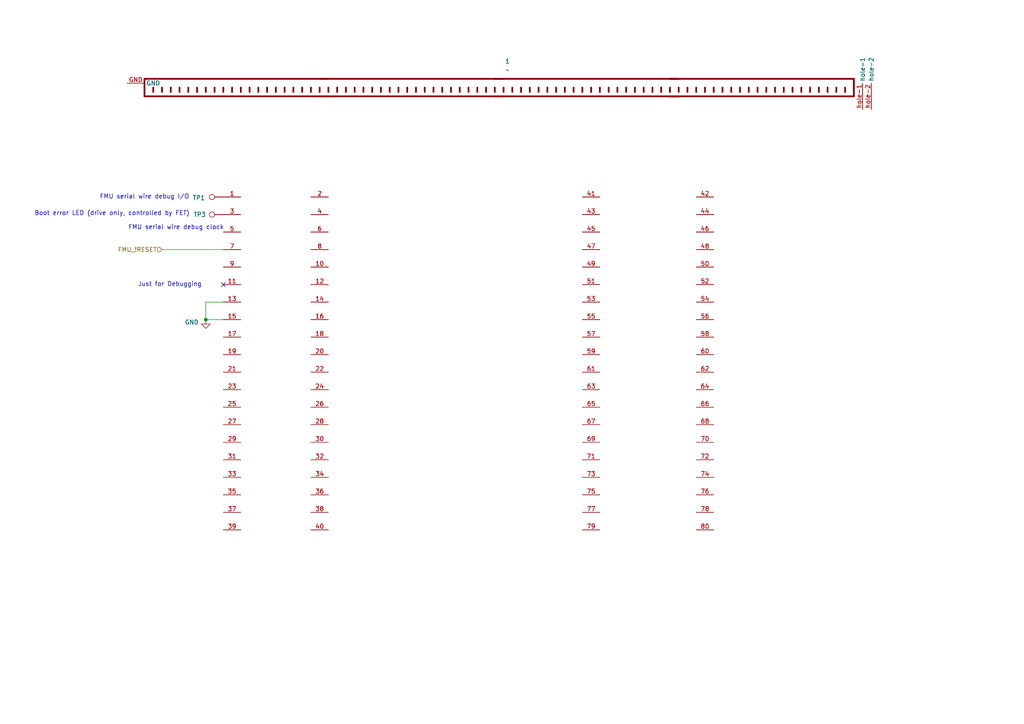
<source format=kicad_sch>
(kicad_sch (version 20250114) (generator "eeschema") (generator_version "9.0")
  (paper "A4")
  (title_block (title "80 Pin Connector") (date "10/14/2025") (rev "A") (company "PART"))
  (lib_symbols
    (symbol "CB_REV_C-altium-import:root_1_CON-DF17-80M_CB_REV_C.SCHLIB"
      (symbol "root_1_CON-DF17-80M_CB_REV_C.SCHLIB_1_0"
        (polyline (pts (xy -78.74 3.81) (xy -78.74 -1.27)) (stroke (width 0.508) (color 128 0 0 1)))
        (polyline (pts (xy -78.74 3.81) (xy -27.94 3.81)) (stroke (width 0.508) (color 128 0 0 1)))
        (polyline (pts (xy -76.2 0) (xy -76.2 1.27)) (stroke (width 0.508) (color 128 0 0 1)))
        (polyline (pts (xy -73.66 0) (xy -73.66 1.27)) (stroke (width 0.508) (color 128 0 0 1)))
        (polyline (pts (xy -71.12 0) (xy -71.12 1.27)) (stroke (width 0.508) (color 128 0 0 1)))
        (polyline (pts (xy -68.58 0) (xy -68.58 1.27)) (stroke (width 0.508) (color 128 0 0 1)))
        (polyline (pts (xy -66.04 0) (xy -66.04 1.27)) (stroke (width 0.508) (color 128 0 0 1)))
        (polyline (pts (xy -63.5 0) (xy -63.5 1.27)) (stroke (width 0.508) (color 128 0 0 1)))
        (polyline (pts (xy -60.96 0) (xy -60.96 1.27)) (stroke (width 0.508) (color 128 0 0 1)))
        (polyline (pts (xy -58.42 0) (xy -58.42 1.27)) (stroke (width 0.508) (color 128 0 0 1)))
        (polyline (pts (xy -55.88 0) (xy -55.88 1.27)) (stroke (width 0.508) (color 128 0 0 1)))
        (polyline (pts (xy -53.34 0) (xy -53.34 1.27)) (stroke (width 0.508) (color 128 0 0 1)))
        (polyline (pts (xy -50.8 0) (xy -50.8 1.27)) (stroke (width 0.508) (color 128 0 0 1)))
        (polyline (pts (xy -48.26 0) (xy -48.26 1.27)) (stroke (width 0.508) (color 128 0 0 1)))
        (polyline (pts (xy -45.72 0) (xy -45.72 1.27)) (stroke (width 0.508) (color 128 0 0 1)))
        (polyline (pts (xy -43.18 0) (xy -43.18 1.27)) (stroke (width 0.508) (color 128 0 0 1)))
        (polyline (pts (xy -40.64 0) (xy -40.64 1.27)) (stroke (width 0.508) (color 128 0 0 1)))
        (polyline (pts (xy -38.1 0) (xy -38.1 1.27)) (stroke (width 0.508) (color 128 0 0 1)))
        (polyline (pts (xy -35.56 0) (xy -35.56 1.27)) (stroke (width 0.508) (color 128 0 0 1)))
        (polyline (pts (xy -33.02 0) (xy -33.02 1.27)) (stroke (width 0.508) (color 128 0 0 1)))
        (polyline (pts (xy -30.48 0) (xy -30.48 1.27)) (stroke (width 0.508) (color 128 0 0 1)))
        (polyline (pts (xy -27.94 3.81) (xy -25.4 3.81)) (stroke (width 0.508) (color 128 0 0 1)))
        (polyline (pts (xy -27.94 3.81) (xy 22.86 3.81)) (stroke (width 0.508) (color 128 0 0 1)))
        (polyline (pts (xy -27.94 0) (xy -27.94 1.27)) (stroke (width 0.508) (color 128 0 0 1)))
        (polyline (pts (xy -27.94 -1.27) (xy -78.74 -1.27)) (stroke (width 0.508) (color 128 0 0 1)))
        (polyline (pts (xy -25.4 0) (xy -25.4 1.27)) (stroke (width 0.508) (color 128 0 0 1)))
        (polyline (pts (xy -25.4 -1.27) (xy -27.94 -1.27)) (stroke (width 0.508) (color 128 0 0 1)))
        (polyline (pts (xy -22.86 0) (xy -22.86 1.27)) (stroke (width 0.508) (color 128 0 0 1)))
        (polyline (pts (xy -20.32 0) (xy -20.32 1.27)) (stroke (width 0.508) (color 128 0 0 1)))
        (polyline (pts (xy -17.78 0) (xy -17.78 1.27)) (stroke (width 0.508) (color 128 0 0 1)))
        (polyline (pts (xy -15.24 0) (xy -15.24 1.27)) (stroke (width 0.508) (color 128 0 0 1)))
        (polyline (pts (xy -12.7 0) (xy -12.7 1.27)) (stroke (width 0.508) (color 128 0 0 1)))
        (polyline (pts (xy -10.16 0) (xy -10.16 1.27)) (stroke (width 0.508) (color 128 0 0 1)))
        (polyline (pts (xy -7.62 0) (xy -7.62 1.27)) (stroke (width 0.508) (color 128 0 0 1)))
        (polyline (pts (xy -5.08 0) (xy -5.08 1.27)) (stroke (width 0.508) (color 128 0 0 1)))
        (polyline (pts (xy -2.54 0) (xy -2.54 1.27)) (stroke (width 0.508) (color 128 0 0 1)))
        (polyline (pts (xy 0 0) (xy 0 1.27)) (stroke (width 0.508) (color 128 0 0 1)))
        (polyline (pts (xy 2.54 0) (xy 2.54 1.27)) (stroke (width 0.508) (color 128 0 0 1)))
        (polyline (pts (xy 5.08 0) (xy 5.08 1.27)) (stroke (width 0.508) (color 128 0 0 1)))
        (polyline (pts (xy 7.62 0) (xy 7.62 1.27)) (stroke (width 0.508) (color 128 0 0 1)))
        (polyline (pts (xy 10.16 0) (xy 10.16 1.27)) (stroke (width 0.508) (color 128 0 0 1)))
        (polyline (pts (xy 12.7 0) (xy 12.7 1.27)) (stroke (width 0.508) (color 128 0 0 1)))
        (polyline (pts (xy 15.24 0) (xy 15.24 1.27)) (stroke (width 0.508) (color 128 0 0 1)))
        (polyline (pts (xy 17.78 0) (xy 17.78 1.27)) (stroke (width 0.508) (color 128 0 0 1)))
        (polyline (pts (xy 20.32 0) (xy 20.32 1.27)) (stroke (width 0.508) (color 128 0 0 1)))
        (polyline (pts (xy 22.86 3.81) (xy 25.4 3.81)) (stroke (width 0.508) (color 128 0 0 1)))
        (polyline (pts (xy 22.86 3.81) (xy 76.2 3.81)) (stroke (width 0.508) (color 128 0 0 1)))
        (polyline (pts (xy 22.86 0) (xy 22.86 1.27)) (stroke (width 0.508) (color 128 0 0 1)))
        (polyline (pts (xy 22.86 -1.27) (xy -27.94 -1.27)) (stroke (width 0.508) (color 128 0 0 1)))
        (polyline (pts (xy 25.4 0) (xy 25.4 1.27)) (stroke (width 0.508) (color 128 0 0 1)))
        (polyline (pts (xy 25.4 -1.27) (xy 22.86 -1.27)) (stroke (width 0.508) (color 128 0 0 1)))
        (polyline (pts (xy 27.94 0) (xy 27.94 1.27)) (stroke (width 0.508) (color 128 0 0 1)))
        (polyline (pts (xy 30.48 0) (xy 30.48 1.27)) (stroke (width 0.508) (color 128 0 0 1)))
        (polyline (pts (xy 33.02 0) (xy 33.02 1.27)) (stroke (width 0.508) (color 128 0 0 1)))
        (polyline (pts (xy 35.56 0) (xy 35.56 1.27)) (stroke (width 0.508) (color 128 0 0 1)))
        (polyline (pts (xy 38.1 0) (xy 38.1 1.27)) (stroke (width 0.508) (color 128 0 0 1)))
        (polyline (pts (xy 40.64 0) (xy 40.64 1.27)) (stroke (width 0.508) (color 128 0 0 1)))
        (polyline (pts (xy 43.18 0) (xy 43.18 1.27)) (stroke (width 0.508) (color 128 0 0 1)))
        (polyline (pts (xy 45.72 0) (xy 45.72 1.27)) (stroke (width 0.508) (color 128 0 0 1)))
        (polyline (pts (xy 48.26 0) (xy 48.26 1.27)) (stroke (width 0.508) (color 128 0 0 1)))
        (polyline (pts (xy 50.8 0) (xy 50.8 1.27)) (stroke (width 0.508) (color 128 0 0 1)))
        (polyline (pts (xy 53.34 0) (xy 53.34 1.27)) (stroke (width 0.508) (color 128 0 0 1)))
        (polyline (pts (xy 55.88 0) (xy 55.88 1.27)) (stroke (width 0.508) (color 128 0 0 1)))
        (polyline (pts (xy 58.42 0) (xy 58.42 1.27)) (stroke (width 0.508) (color 128 0 0 1)))
        (polyline (pts (xy 60.96 0) (xy 60.96 1.27)) (stroke (width 0.508) (color 128 0 0 1)))
        (polyline (pts (xy 63.5 0) (xy 63.5 1.27)) (stroke (width 0.508) (color 128 0 0 1)))
        (polyline (pts (xy 66.04 0) (xy 66.04 1.27)) (stroke (width 0.508) (color 128 0 0 1)))
        (polyline (pts (xy 68.58 0) (xy 68.58 1.27)) (stroke (width 0.508) (color 128 0 0 1)))
        (polyline (pts (xy 71.12 0) (xy 71.12 1.27)) (stroke (width 0.508) (color 128 0 0 1)))
        (polyline (pts (xy 73.66 3.81) (xy 76.2 3.81)) (stroke (width 0.508) (color 128 0 0 1)))
        (polyline (pts (xy 73.66 3.81) (xy 127 3.81)) (stroke (width 0.508) (color 128 0 0 1)))
        (polyline (pts (xy 73.66 0) (xy 73.66 1.27)) (stroke (width 0.508) (color 128 0 0 1)))
        (polyline (pts (xy 76.2 0) (xy 76.2 1.27)) (stroke (width 0.508) (color 128 0 0 1)))
        (polyline (pts (xy 76.2 -1.27) (xy 22.86 -1.27)) (stroke (width 0.508) (color 128 0 0 1)))
        (polyline (pts (xy 76.2 -1.27) (xy 73.66 -1.27)) (stroke (width 0.508) (color 128 0 0 1)))
        (polyline (pts (xy 78.74 0) (xy 78.74 1.27)) (stroke (width 0.508) (color 128 0 0 1)))
        (polyline (pts (xy 81.28 0) (xy 81.28 1.27)) (stroke (width 0.508) (color 128 0 0 1)))
        (polyline (pts (xy 83.82 0) (xy 83.82 1.27)) (stroke (width 0.508) (color 128 0 0 1)))
        (polyline (pts (xy 86.36 0) (xy 86.36 1.27)) (stroke (width 0.508) (color 128 0 0 1)))
        (polyline (pts (xy 88.9 0) (xy 88.9 1.27)) (stroke (width 0.508) (color 128 0 0 1)))
        (polyline (pts (xy 91.44 0) (xy 91.44 1.27)) (stroke (width 0.508) (color 128 0 0 1)))
        (polyline (pts (xy 93.98 0) (xy 93.98 1.27)) (stroke (width 0.508) (color 128 0 0 1)))
        (polyline (pts (xy 96.52 0) (xy 96.52 1.27)) (stroke (width 0.508) (color 128 0 0 1)))
        (polyline (pts (xy 99.06 0) (xy 99.06 1.27)) (stroke (width 0.508) (color 128 0 0 1)))
        (polyline (pts (xy 101.6 0) (xy 101.6 1.27)) (stroke (width 0.508) (color 128 0 0 1)))
        (polyline (pts (xy 104.14 0) (xy 104.14 1.27)) (stroke (width 0.508) (color 128 0 0 1)))
        (polyline (pts (xy 106.68 0) (xy 106.68 1.27)) (stroke (width 0.508) (color 128 0 0 1)))
        (polyline (pts (xy 109.22 0) (xy 109.22 1.27)) (stroke (width 0.508) (color 128 0 0 1)))
        (polyline (pts (xy 111.76 0) (xy 111.76 1.27)) (stroke (width 0.508) (color 128 0 0 1)))
        (polyline (pts (xy 114.3 0) (xy 114.3 1.27)) (stroke (width 0.508) (color 128 0 0 1)))
        (polyline (pts (xy 116.84 0) (xy 116.84 1.27)) (stroke (width 0.508) (color 128 0 0 1)))
        (polyline (pts (xy 119.38 0) (xy 119.38 1.27)) (stroke (width 0.508) (color 128 0 0 1)))
        (polyline (pts (xy 121.92 0) (xy 121.92 1.27)) (stroke (width 0.508) (color 128 0 0 1)))
        (polyline (pts (xy 124.46 0) (xy 124.46 1.27)) (stroke (width 0.508) (color 128 0 0 1)))
        (polyline (pts (xy 127 -1.27) (xy 73.66 -1.27)) (stroke (width 0.508) (color 128 0 0 1)))
        (polyline (pts (xy 127 -1.27) (xy 127 3.81)) (stroke (width 0.508) (color 128 0 0 1)))
        (pin passive line (at -83.82 2.54 0) (length 5.08) (name "GND") (number "GND"))
        (pin passive line (at -55.88 -30.48 0) (length 5.08) (name "1") (number "1"))
        (pin passive line (at -55.88 -35.56 0) (length 5.08) (name "3") (number "3"))
        (pin passive line (at -55.88 -40.64 0) (length 5.08) (name "5") (number "5"))
        (pin passive line (at -55.88 -45.72 0) (length 5.08) (name "7") (number "7"))
        (pin passive line (at -55.88 -50.8 0) (length 5.08) (name "9") (number "9"))
        (pin passive line (at -55.88 -55.88 0) (length 5.08) (name "11") (number "11"))
        (pin passive line (at -55.88 -60.96 0) (length 5.08) (name "13") (number "13"))
        (pin passive line (at -55.88 -66.04 0) (length 5.08) (name "15") (number "15"))
        (pin passive line (at -55.88 -71.12 0) (length 5.08) (name "17") (number "17"))
        (pin passive line (at -55.88 -76.2 0) (length 5.08) (name "19") (number "19"))
        (pin passive line (at -55.88 -81.28 0) (length 5.08) (name "21") (number "21"))
        (pin passive line (at -55.88 -86.36 0) (length 5.08) (name "23") (number "23"))
        (pin passive line (at -55.88 -91.44 0) (length 5.08) (name "25") (number "25"))
        (pin passive line (at -55.88 -96.52 0) (length 5.08) (name "27") (number "27"))
        (pin passive line (at -55.88 -101.6 0) (length 5.08) (name "29") (number "29"))
        (pin passive line (at -55.88 -106.68 0) (length 5.08) (name "31") (number "31"))
        (pin passive line (at -55.88 -111.76 0) (length 5.08) (name "33") (number "33"))
        (pin passive line (at -55.88 -116.84 0) (length 5.08) (name "35") (number "35"))
        (pin passive line (at -55.88 -121.92 0) (length 5.08) (name "37") (number "37"))
        (pin passive line (at -55.88 -127 0) (length 5.08) (name "39") (number "39"))
        (pin passive line (at -25.4 -30.48 180) (length 5.08) (name "2") (number "2"))
        (pin passive line (at -25.4 -35.56 180) (length 5.08) (name "4") (number "4"))
        (pin passive line (at -25.4 -40.64 180) (length 5.08) (name "6") (number "6"))
        (pin passive line (at -25.4 -45.72 180) (length 5.08) (name "8") (number "8"))
        (pin passive line (at -25.4 -50.8 180) (length 5.08) (name "10") (number "10"))
        (pin passive line (at -25.4 -55.88 180) (length 5.08) (name "12") (number "12"))
        (pin passive line (at -25.4 -60.96 180) (length 5.08) (name "14") (number "14"))
        (pin passive line (at -25.4 -66.04 180) (length 5.08) (name "16") (number "16"))
        (pin passive line (at -25.4 -71.12 180) (length 5.08) (name "18") (number "18"))
        (pin passive line (at -25.4 -76.2 180) (length 5.08) (name "20") (number "20"))
        (pin passive line (at -25.4 -81.28 180) (length 5.08) (name "22") (number "22"))
        (pin passive line (at -25.4 -86.36 180) (length 5.08) (name "24") (number "24"))
        (pin passive line (at -25.4 -91.44 180) (length 5.08) (name "26") (number "26"))
        (pin passive line (at -25.4 -96.52 180) (length 5.08) (name "28") (number "28"))
        (pin passive line (at -25.4 -101.6 180) (length 5.08) (name "30") (number "30"))
        (pin passive line (at -25.4 -106.68 180) (length 5.08) (name "32") (number "32"))
        (pin passive line (at -25.4 -111.76 180) (length 5.08) (name "34") (number "34"))
        (pin passive line (at -25.4 -116.84 180) (length 5.08) (name "36") (number "36"))
        (pin passive line (at -25.4 -121.92 180) (length 5.08) (name "38") (number "38"))
        (pin passive line (at -25.4 -127 180) (length 5.08) (name "40") (number "40"))
        (pin passive line (at 48.26 -30.48 0) (length 5.08) (name "41") (number "41"))
        (pin passive line (at 48.26 -35.56 0) (length 5.08) (name "43") (number "43"))
        (pin passive line (at 48.26 -40.64 0) (length 5.08) (name "45") (number "45"))
        (pin passive line (at 48.26 -45.72 0) (length 5.08) (name "47") (number "47"))
        (pin passive line (at 48.26 -50.8 0) (length 5.08) (name "49") (number "49"))
        (pin passive line (at 48.26 -55.88 0) (length 5.08) (name "51") (number "51"))
        (pin passive line (at 48.26 -60.96 0) (length 5.08) (name "53") (number "53"))
        (pin passive line (at 48.26 -66.04 0) (length 5.08) (name "55") (number "55"))
        (pin passive line (at 48.26 -71.12 0) (length 5.08) (name "57") (number "57"))
        (pin passive line (at 48.26 -76.2 0) (length 5.08) (name "59") (number "59"))
        (pin passive line (at 48.26 -81.28 0) (length 5.08) (name "61") (number "61"))
        (pin passive line (at 48.26 -86.36 0) (length 5.08) (name "63") (number "63"))
        (pin passive line (at 48.26 -91.44 0) (length 5.08) (name "65") (number "65"))
        (pin passive line (at 48.26 -96.52 0) (length 5.08) (name "67") (number "67"))
        (pin passive line (at 48.26 -101.6 0) (length 5.08) (name "69") (number "69"))
        (pin passive line (at 48.26 -106.68 0) (length 5.08) (name "71") (number "71"))
        (pin passive line (at 48.26 -111.76 0) (length 5.08) (name "73") (number "73"))
        (pin passive line (at 48.26 -116.84 0) (length 5.08) (name "75") (number "75"))
        (pin passive line (at 48.26 -121.92 0) (length 5.08) (name "77") (number "77"))
        (pin passive line (at 48.26 -127 0) (length 5.08) (name "79") (number "79"))
        (pin passive line (at 86.36 -30.48 180) (length 5.08) (name "42") (number "42"))
        (pin passive line (at 86.36 -35.56 180) (length 5.08) (name "44") (number "44"))
        (pin passive line (at 86.36 -40.64 180) (length 5.08) (name "46") (number "46"))
        (pin passive line (at 86.36 -45.72 180) (length 5.08) (name "48") (number "48"))
        (pin passive line (at 86.36 -50.8 180) (length 5.08) (name "50") (number "50"))
        (pin passive line (at 86.36 -55.88 180) (length 5.08) (name "52") (number "52"))
        (pin passive line (at 86.36 -60.96 180) (length 5.08) (name "54") (number "54"))
        (pin passive line (at 86.36 -66.04 180) (length 5.08) (name "56") (number "56"))
        (pin passive line (at 86.36 -71.12 180) (length 5.08) (name "58") (number "58"))
        (pin passive line (at 86.36 -76.2 180) (length 5.08) (name "60") (number "60"))
        (pin passive line (at 86.36 -81.28 180) (length 5.08) (name "62") (number "62"))
        (pin passive line (at 86.36 -86.36 180) (length 5.08) (name "64") (number "64"))
        (pin passive line (at 86.36 -91.44 180) (length 5.08) (name "66") (number "66"))
        (pin passive line (at 86.36 -96.52 180) (length 5.08) (name "68") (number "68"))
        (pin passive line (at 86.36 -101.6 180) (length 5.08) (name "70") (number "70"))
        (pin passive line (at 86.36 -106.68 180) (length 5.08) (name "72") (number "72"))
        (pin passive line (at 86.36 -111.76 180) (length 5.08) (name "74") (number "74"))
        (pin passive line (at 86.36 -116.84 180) (length 5.08) (name "76") (number "76"))
        (pin passive line (at 86.36 -121.92 180) (length 5.08) (name "78") (number "78"))
        (pin passive line (at 86.36 -127 180) (length 5.08) (name "80") (number "80"))
        (pin passive line (at 129.54 -5.08 90) (length 7.62) (name "hole-1") (number "hole-1"))
        (pin passive line (at 132.08 -5.08 90) (length 7.62) (name "hole-2") (number "hole-2"))
      )
    )
    (symbol "Connector:TestPoint" (pin_numbers (hide yes)) (pin_names (offset 0.762) (hide yes))
      (property "Reference" "TP" (at 0 6.858 0))
      (property "Value" "TestPoint" (at 0 5.08 0))
      (symbol "TestPoint_0_1"
        (circle (center 0 3.302) (radius 0.762))
      )
      (symbol "TestPoint_1_1"
        (pin passive line (at 0 0 90) (length 2.54) (name "1") (number "1"))
      )
    )
    (symbol "power:GND" (power) (pin_numbers (hide yes)) (pin_names (offset 0) (hide yes))
      (property "Value" "GND" (at 0 -3.81 0))
      (symbol "GND_0_1"
        (polyline (pts (xy 0 0) (xy 0 -1.27) (xy 1.27 -1.27) (xy 0 -2.54) (xy -1.27 -1.27) (xy 0 -1.27)))
      )
      (symbol "GND_1_1"
        (pin power_in line (at 0 0 270) (length 0) (name "~") (number "1"))
      )
    )
  )
  (text "Just for Debugging" (at 49.276 82.55 0) (effects (font (size 1.27 1.27))))
  (text "Boot error LED (drive only, controlled by FET)\n\n" (at 32.512 62.992 0) (effects (font (size 1.27 1.27))))
  (text "FMU serial wire debug I/O\n\n" (at 41.91 58.166 0) (effects (font (size 1.27 1.27))))
  (text "FMU serial wire debug clock\n\n" (at 51.054 67.056 0) (effects (font (size 1.27 1.27))))
  (junction (at 59.69 92.71))
  (no_connect (at 64.77 82.55))
  (wire (pts (xy 381 130.81) (xy 381 113.03)))
  (wire (pts (xy 388.62 88.9) (xy 388.62 106.68)))
  (wire (pts (xy 320.04 130.81) (xy 320.04 113.03)))
  (wire (pts (xy 353.06 88.9) (xy 353.06 106.68)))
  (wire (pts (xy 350.52 88.9) (xy 350.52 106.68)))
  (wire (pts (xy 375.92 88.9) (xy 375.92 106.68)))
  (wire (pts (xy 363.22 88.9) (xy 363.22 106.68)))
  (wire (pts (xy 393.7 130.81) (xy 393.7 113.03)))
  (wire (pts (xy 350.52 130.81) (xy 350.52 113.03)))
  (wire (pts (xy 373.38 88.9) (xy 373.38 106.68)))
  (wire (pts (xy 345.44 113.03) (xy 345.44 130.81)))
  (wire (pts (xy 327.66 130.81) (xy 327.66 113.03)))
  (wire (pts (xy 378.46 130.81) (xy 378.46 113.03)))
  (wire (pts (xy 368.3 88.9) (xy 368.3 106.68)))
  (wire (pts (xy 342.9 130.81) (xy 342.9 113.03)))
  (wire (pts (xy 322.58 130.81) (xy 322.58 113.03)))
  (wire (pts (xy 403.86 88.9) (xy 403.86 106.68)))
  (wire (pts (xy 59.69 87.63) (xy 59.69 92.71)))
  (wire (pts (xy 378.46 88.9) (xy 378.46 106.68)))
  (wire (pts (xy 396.24 88.9) (xy 396.24 106.68)))
  (wire (pts (xy 403.86 130.81) (xy 403.86 113.03)))
  (wire (pts (xy 314.96 88.9) (xy 314.96 106.68)))
  (wire (pts (xy 370.84 88.9) (xy 370.84 106.68)))
  (wire (pts (xy 365.76 88.9) (xy 365.76 106.68)))
  (wire (pts (xy 360.68 88.9) (xy 360.68 106.68)))
  (wire (pts (xy 373.38 130.81) (xy 373.38 113.03)))
  (wire (pts (xy 325.12 88.9) (xy 325.12 106.68)))
  (wire (pts (xy 353.06 130.81) (xy 353.06 113.03)))
  (wire (pts (xy 370.84 130.81) (xy 370.84 113.03)))
  (wire (pts (xy 317.5 88.9) (xy 317.5 106.68)))
  (wire (pts (xy 345.44 88.9) (xy 345.44 106.68)))
  (wire (pts (xy 330.2 130.81) (xy 330.2 111.76)))
  (wire (pts (xy 386.08 88.9) (xy 386.08 106.68)))
  (wire (pts (xy 335.28 88.9) (xy 335.28 106.68)))
  (wire (pts (xy 358.14 130.81) (xy 358.14 113.03)))
  (wire (pts (xy 355.6 88.9) (xy 355.6 106.68)))
  (wire (pts (xy 46.99 72.39) (xy 64.77 72.39)))
  (wire (pts (xy 396.24 130.81) (xy 396.24 113.03)))
  (wire (pts (xy 365.76 130.81) (xy 365.76 113.03)))
  (wire (pts (xy 314.96 130.81) (xy 314.96 113.03)))
  (wire (pts (xy 393.7 88.9) (xy 393.7 106.68)))
  (wire (pts (xy 312.42 130.81) (xy 312.42 113.03)))
  (wire (pts (xy 375.92 130.81) (xy 375.92 113.03)))
  (wire (pts (xy 307.34 88.9) (xy 307.34 106.68)))
  (wire (pts (xy 59.69 92.71) (xy 64.77 92.71)))
  (wire (pts (xy 360.68 130.81) (xy 360.68 113.03)))
  (wire (pts (xy 398.78 130.81) (xy 398.78 113.03)))
  (wire (pts (xy 401.32 130.81) (xy 401.32 113.03)))
  (wire (pts (xy 340.36 88.9) (xy 340.36 106.68)))
  (wire (pts (xy 340.36 130.81) (xy 340.36 113.03)))
  (wire (pts (xy 383.54 88.9) (xy 383.54 106.68)))
  (wire (pts (xy 383.54 130.81) (xy 383.54 113.03)))
  (wire (pts (xy 398.78 88.9) (xy 398.78 106.68)))
  (wire (pts (xy 347.98 130.81) (xy 347.98 113.03)))
  (wire (pts (xy 391.16 88.9) (xy 391.16 106.68)))
  (wire (pts (xy 406.4 88.9) (xy 406.4 106.68)))
  (wire (pts (xy 401.32 88.9) (xy 401.32 106.68)))
  (wire (pts (xy 309.88 88.9) (xy 309.88 106.68)))
  (wire (pts (xy 320.04 88.9) (xy 320.04 106.68)))
  (wire (pts (xy 335.28 130.81) (xy 335.28 113.03)))
  (wire (pts (xy 358.14 88.9) (xy 358.14 106.68)))
  (wire (pts (xy 355.6 130.81) (xy 355.6 111.76)))
  (wire (pts (xy 332.74 88.9) (xy 332.74 106.68)))
  (wire (pts (xy 330.2 88.9) (xy 330.2 106.68)))
  (wire (pts (xy 59.69 87.63) (xy 64.77 87.63)))
  (wire (pts (xy 312.42 88.9) (xy 312.42 106.68)))
  (wire (pts (xy 391.16 130.81) (xy 391.16 113.03)))
  (wire (pts (xy 406.4 130.81) (xy 406.4 113.03)))
  (wire (pts (xy 388.62 130.81) (xy 388.62 113.03)))
  (wire (pts (xy 381 88.9) (xy 381 106.68)))
  (wire (pts (xy 368.3 130.81) (xy 368.3 113.03)))
  (wire (pts (xy 317.5 130.81) (xy 317.5 113.03)))
  (wire (pts (xy 309.88 130.81) (xy 309.88 113.03)))
  (wire (pts (xy 332.74 130.81) (xy 332.74 113.03)))
  (wire (pts (xy 325.12 130.81) (xy 325.12 113.03)))
  (wire (pts (xy 337.82 130.81) (xy 337.82 113.03)))
  (wire (pts (xy 347.98 88.9) (xy 347.98 106.68)))
  (wire (pts (xy 307.34 130.81) (xy 307.34 113.03)))
  (wire (pts (xy 327.66 88.9) (xy 327.66 106.68)))
  (wire (pts (xy 363.22 130.81) (xy 363.22 113.03)))
  (wire (pts (xy 386.08 130.81) (xy 386.08 113.03)))
  (label "41" (at 307.34 113.03 0))
  (label "60" (at 355.6 111.76 0))
  (label "1" (at 307.34 106.68 0))
  (label "50" (at 330.2 111.76 0))
  (label "40" (at 406.4 106.68 0))
  (label "80" (at 406.4 113.03 0))
  (hierarchical_label "SERIAL_5_RX" (shape input) (at 335.28 88.9 90))
  (hierarchical_label "BATT_CURRENT_SENS_PROT" (shape input) (at 327.66 130.81 270))
  (hierarchical_label "FMU_SWCLK" (shape output) (at 312.42 88.9 90))
  (hierarchical_label "IO_USART1_RX_SPECTRUM_DSM" (shape output) (at 325.12 130.81 270))
  (hierarchical_label "SPI_EXT_MISO" (shape input) (at 373.38 130.81 270))
  (hierarchical_label "IO_CH2_PROT" (shape output) (at 401.32 130.81 270))
  (hierarchical_label "IO_SWDIO" (shape bidirectional) (at 378.46 130.81 270))
  (hierarchical_label "FMU_CH2_PROT" (shape output) (at 335.28 130.81 270))
  (hierarchical_label "FMU_LED_AMBER" (shape output) (at 309.88 88.9 90))
  (hierarchical_label "VDD_5V_HIPOWER_OC" (shape input) (at 317.5 130.81 270))
  (hierarchical_label "SERIAL_5_TX" (shape output) (at 340.36 88.9 90))
  (hierarchical_label "SERIAL_4_TX" (shape output) (at 350.52 88.9 90))
  (hierarchical_label "PROT_SPARE_1" (shape passive) (at 325.12 88.9 90))
  (hierarchical_label "SERIAL_1_RTS" (shape passive) (at 309.88 130.81 270))
  (hierarchical_label "VBUS_VALID" (shape input) (at 353.06 130.81 270))
  (hierarchical_label "SERIAL_4_RX" (shape input) (at 345.44 88.9 90))
  (hierarchical_label "VDD_5V_IN_PROT" (shape input) (at 358.14 130.81 270))
  (hierarchical_label "SERIAL_2_CTS" (shape passive) (at 386.08 88.9 90))
  (hierarchical_label "SPI_EXT_SCK" (shape output) (at 388.62 130.81 270))
  (hierarchical_label "VDD_5V_PERIPH_EN" (shape output) (at 373.38 88.9 90))
  (hierarchical_label "ALARM" (shape output) (at 365.76 88.9 90))
  (hierarchical_label "I2C_2_SDA" (shape bidirectional) (at 314.96 88.9 90))
  (hierarchical_label "VDD_SERVO" (shape input) (at 337.82 130.81 270))
  (hierarchical_label "IO_CH6_PROT" (shape output) (at 381 130.81 270))
  (hierarchical_label "VDD_BRICK_VALID" (shape input) (at 342.9 130.81 270))
  (hierarchical_label "VDD_3V3_SPEKTRUM_EN" (shape output) (at 353.06 88.9 90))
  (hierarchical_label "CAN_H_2" (shape bidirectional) (at 307.34 130.81 270))
  (hierarchical_label "IO_LED_SAFET_PROT" (shape output) (at 375.92 88.9 90))
  (hierarchical_label "I2C_1_SDA" (shape bidirectional) (at 393.7 88.9 90))
  (hierarchical_label "PRESSURE_SENS_IN" (shape input) (at 358.14 88.9 90))
  (hierarchical_label "CAN_H_1" (shape bidirectional) (at 403.86 130.81 270))
  (hierarchical_label "IO_VDD_5V5" (shape output) (at 368.3 130.81 270))
  (hierarchical_label "VDD_5V_PERIPH_OC" (shape input) (at 312.42 130.81 270))
  (hierarchical_label "PPM_SBUS_PROT" (shape input) (at 360.68 130.81 270))
  (hierarchical_label "IO_VDD_3V3" (shape input) (at 370.84 88.9 90))
  (hierarchical_label "IO_!RESET" (shape input) (at 393.7 130.81 270))
  (hierarchical_label "IO_CH8_PROT" (shape output) (at 370.84 130.81 270))
  (hierarchical_label "FMU_CH3_PROT" (shape output) (at 340.36 130.81 270))
  (hierarchical_label "I2C_2_SCL" (shape output) (at 320.04 88.9 90))
  (hierarchical_label "OTG_DM1" (shape bidirectional) (at 388.62 88.9 90))
  (hierarchical_label "EXTERN_CS" (shape output) (at 317.5 88.9 90))
  (hierarchical_label "FMU_CH1_PROT" (shape output) (at 330.2 130.81 270))
  (hierarchical_label "IO_SWCLK" (shape output) (at 383.54 130.81 270))
  (hierarchical_label "EXTERN_DRDY" (shape input) (at 332.74 88.9 90))
  (hierarchical_label "SERIAL_3_TX" (shape output) (at 360.68 88.9 90))
  (hierarchical_label "VDD_BACKUP_VALID" (shape input) (at 347.98 130.81 270))
  (hierarchical_label "FMU_SWDIO" (shape bidirectional) (at 307.34 88.9 90))
  (hierarchical_label "SAFETY" (shape passive) (at 347.98 88.9 90))
  (hierarchical_label "SERIAL_2_RTS" (shape passive) (at 381 88.9 90))
  (hierarchical_label "OTG_DP1" (shape bidirectional) (at 383.54 88.9 90))
  (hierarchical_label "SERIAL_1_TX" (shape output) (at 406.4 88.9 90))
  (hierarchical_label "IO_USART_1_TX" (shape output) (at 320.04 130.81 270))
  (hierarchical_label "SERIAL_2_TX" (shape output) (at 396.24 88.9 90))
  (hierarchical_label "PROT_SPARE_2" (shape passive) (at 330.2 88.9 90))
  (hierarchical_label "VBUS" (shape input) (at 378.46 88.9 90))
  (hierarchical_label "IO_CH1_PROT" (shape output) (at 406.4 130.81 270))
  (hierarchical_label "AUX_BATT_VOLTAGE_SENS" (shape input) (at 363.22 88.9 90))
  (hierarchical_label "IO_CH3_PROT" (shape output) (at 396.24 130.81 270))
  (hierarchical_label "BATT_VOLTAGE_SENS_PROT" (shape output) (at 322.58 130.81 270))
  (hierarchical_label "CAN_L_1" (shape bidirectional) (at 398.78 130.81 270))
  (hierarchical_label "SERIAL_3_RX" (shape input) (at 355.6 88.9 90))
  (hierarchical_label "IO_CH5_PROT" (shape output) (at 386.08 130.81 270))
  (hierarchical_label "IO_CH4_PROT" (shape output) (at 391.16 130.81 270))
  (hierarchical_label "I2C_1_SCL" (shape output) (at 398.78 88.9 90))
  (hierarchical_label "IO_CH7_PROT" (shape output) (at 375.92 130.81 270))
  (hierarchical_label "SERIAL_1_RX" (shape input) (at 401.32 88.9 90))
  (hierarchical_label "FMU_CH6_PROT" (shape output) (at 355.6 130.81 270))
  (hierarchical_label "VDD_5V_IN_PROT" (shape input) (at 363.22 130.81 270))
  (hierarchical_label "CAN_L_2" (shape bidirectional) (at 403.86 88.9 90))
  (hierarchical_label "SPI_EXT_MOSI" (shape output) (at 332.74 130.81 270))
  (hierarchical_label "S.BUS_OUT" (shape output) (at 365.76 130.81 270))
  (hierarchical_label "FMU_!RESET" (shape input) (at 46.99 72.39 180))
  (hierarchical_label "SERIAL_1_CTS" (shape passive) (at 314.96 130.81 270))
  (hierarchical_label "VDD_SERVO_IN" (shape input) (at 327.66 88.9 90))
  (hierarchical_label "FMU_CH4_PROT" (shape output) (at 345.44 130.81 270))
  (hierarchical_label "SERIAL_2_RX" (shape input) (at 391.16 88.9 90))
  (hierarchical_label "AUX_BATT_CURRENT_SENS" (shape input) (at 368.3 88.9 90))
  (hierarchical_label "FMU_CH5_PROT" (shape output) (at 350.52 130.81 270))
  (symbol (lib_id "CB_REV_C-altium-import:root_1_CON-DF17-80M_CB_REV_C.SCHLIB") (at 120.65 26.67 0) (unit 1)
    (property "Reference" "1" (at 147.193 17.78 0))
    (property "Value" "~" (at 147.193 20.32 0))
    (property "Description" "Connector, Header, 80Pos, .5MM, DUAL, SMD, Au" (effects (hide yes)))
  )
  (symbol (lib_id "power:GND") (at 59.69 92.71 0) (unit 1)
    (property "Reference" "#PWR027" (effects (hide yes)))
    (property "Value" "GND" (at 55.626 93.472 0))
    (property "Description" "Power symbol creates a global label with name \"GND\" , ground" (effects (hide yes)))
  )
  (symbol (lib_id "Connector:TestPoint") (at 64.77 57.15 90) (unit 1)
    (property "Reference" "TP1" (at 57.658 57.404 90))
    (property "Value" "TestPoint" (effects (hide yes)))
    (property "Description" "test point" (effects (hide yes)))
  )
  (symbol (lib_id "Connector:TestPoint") (at 64.77 62.23 90) (unit 1)
    (property "Reference" "TP3" (at 57.912 62.23 90))
    (property "Value" "TestPoint" (effects (hide yes)))
    (property "Description" "test point" (effects (hide yes)))
  )
)
</source>
